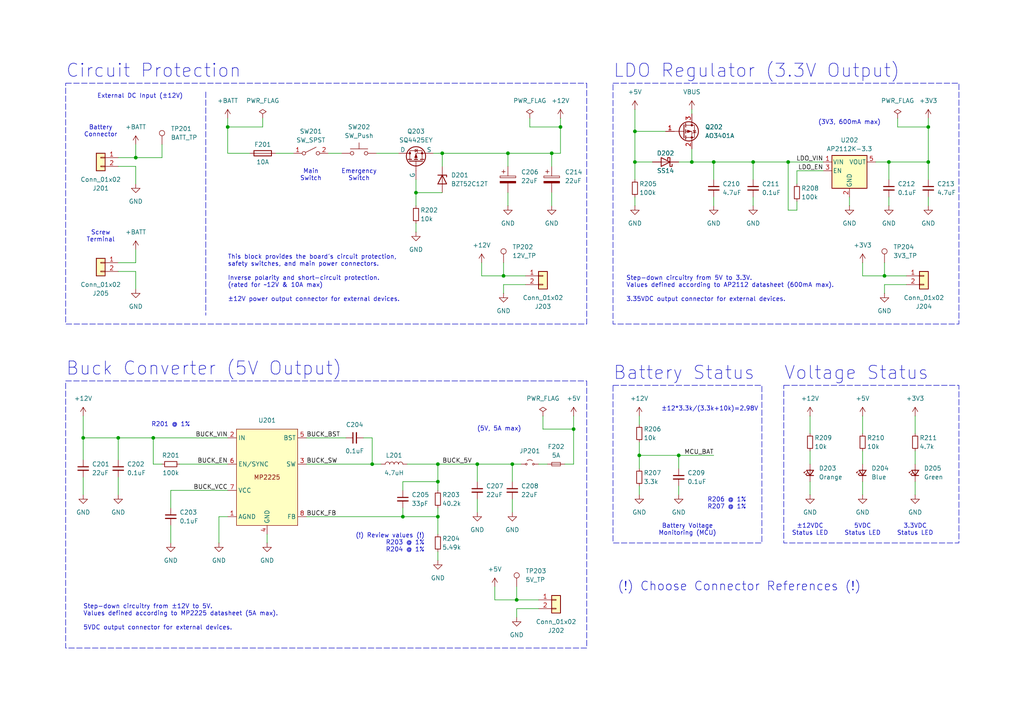
<source format=kicad_sch>
(kicad_sch (version 20231120) (generator "eeschema") (generator_version "8.0")
  (paper "A4")
  (title_block (title "LizardBot 1 Control Board: Power Supply") (date "2024-06-17") (rev "v1.0.0") (company "Lizard Electronics") (comment 1 "Designed by: Manuel Lagarto"))
  (lib_symbols
    (symbol "Connector:TestPoint" (pin_numbers hide) (pin_names (offset 0.762) hide)
      (property "Reference" "TP" (at 0 6.858 0))
      (property "Value" "TestPoint" (at 0 5.08 0))
      (symbol "TestPoint_0_1"
        (circle (center 0 3.302) (radius 0.762))
      )
      (symbol "TestPoint_1_1"
        (pin passive line (at 0 0 90) (length 2.54) (name "1") (number "1"))
      )
    )
    (symbol "Connector_Generic:Conn_01x02" (pin_names (offset 1.016) hide)
      (property "Reference" "J" (at 0 2.54 0))
      (property "Value" "Conn_01x02" (at 0 -5.08 0))
      (symbol "Conn_01x02_1_1"
        (rectangle (start -1.27 -2.413) (end 0 -2.667) (stroke (width 0.1524)))
        (rectangle (start -1.27 0.127) (end 0 -0.127) (stroke (width 0.1524)))
        (rectangle (start -1.27 1.27) (end 1.27 -3.81) (stroke (width 0.254)) (fill (type background)))
        (pin passive line (at -5.08 0 0) (length 3.81) (name "Pin_1") (number "1"))
        (pin passive line (at -5.08 -2.54 0) (length 3.81) (name "Pin_2") (number "2"))
      )
    )
    (symbol "Device:C_Polarized" (pin_numbers hide) (pin_names (offset 0.254))
      (property "Reference" "C" (at 0.635 2.54 0))
      (property "Value" "C_Polarized" (at 0.635 -2.54 0))
      (symbol "C_Polarized_0_1"
        (rectangle (start -2.286 0.508) (end 2.286 1.016))
        (polyline (pts (xy -1.778 2.286) (xy -0.762 2.286)))
        (polyline (pts (xy -1.27 2.794) (xy -1.27 1.778)))
        (rectangle (start 2.286 -0.508) (end -2.286 -1.016) (fill (type outline)))
      )
      (symbol "C_Polarized_1_1"
        (pin passive line (at 0 3.81 270) (length 2.794) (name "~") (number "1"))
        (pin passive line (at 0 -3.81 90) (length 2.794) (name "~") (number "2"))
      )
    )
    (symbol "Device:C_Small" (pin_numbers hide) (pin_names (offset 0.254) hide)
      (property "Reference" "C" (at 0.254 1.778 0))
      (property "Value" "C_Small" (at 0.254 -2.032 0))
      (symbol "C_Small_0_1"
        (polyline (pts (xy -1.524 -0.508) (xy 1.524 -0.508)) (stroke (width 0.3302)))
        (polyline (pts (xy -1.524 0.508) (xy 1.524 0.508)) (stroke (width 0.3048)))
      )
      (symbol "C_Small_1_1"
        (pin passive line (at 0 2.54 270) (length 2.032) (name "~") (number "1"))
        (pin passive line (at 0 -2.54 90) (length 2.032) (name "~") (number "2"))
      )
    )
    (symbol "Device:D_Schottky" (pin_numbers hide) (pin_names (offset 1.016) hide)
      (property "Reference" "D" (at 0 2.54 0))
      (property "Value" "D_Schottky" (at 0 -2.54 0))
      (symbol "D_Schottky_0_1"
        (polyline (pts (xy 1.27 0) (xy -1.27 0)))
        (polyline (pts (xy 1.27 1.27) (xy 1.27 -1.27) (xy -1.27 0) (xy 1.27 1.27)) (stroke (width 0.254)))
        (polyline (pts (xy -1.905 0.635) (xy -1.905 1.27) (xy -1.27 1.27) (xy -1.27 -1.27) (xy -0.635 -1.27) (xy -0.635 -0.635)) (stroke (width 0.254)))
      )
      (symbol "D_Schottky_1_1"
        (pin passive line (at -3.81 0 0) (length 2.54) (name "K") (number "1"))
        (pin passive line (at 3.81 0 180) (length 2.54) (name "A") (number "2"))
      )
    )
    (symbol "Device:D_Zener" (pin_numbers hide) (pin_names (offset 1.016) hide)
      (property "Reference" "D" (at 0 2.54 0))
      (property "Value" "D_Zener" (at 0 -2.54 0))
      (symbol "D_Zener_0_1"
        (polyline (pts (xy 1.27 0) (xy -1.27 0)))
        (polyline (pts (xy -1.27 -1.27) (xy -1.27 1.27) (xy -0.762 1.27)) (stroke (width 0.254)))
        (polyline (pts (xy 1.27 -1.27) (xy 1.27 1.27) (xy -1.27 0) (xy 1.27 -1.27)) (stroke (width 0.254)))
      )
      (symbol "D_Zener_1_1"
        (pin passive line (at -3.81 0 0) (length 2.54) (name "K") (number "1"))
        (pin passive line (at 3.81 0 180) (length 2.54) (name "A") (number "2"))
      )
    )
    (symbol "Device:Fuse" (pin_numbers hide) (pin_names (offset 0))
      (property "Reference" "F" (at 2.032 0 90))
      (property "Value" "Fuse" (at -1.905 0 90))
      (symbol "Fuse_0_1"
        (rectangle (start -0.762 -2.54) (end 0.762 2.54) (stroke (width 0.254)))
        (polyline (pts (xy 0 2.54) (xy 0 -2.54)))
      )
      (symbol "Fuse_1_1"
        (pin passive line (at 0 3.81 270) (length 1.27) (name "~") (number "1"))
        (pin passive line (at 0 -3.81 90) (length 1.27) (name "~") (number "2"))
      )
    )
    (symbol "Device:Fuse_Small" (pin_numbers hide) (pin_names (offset 0.254) hide)
      (property "Reference" "F" (at 0 -1.524 0))
      (property "Value" "Fuse_Small" (at 0 1.524 0))
      (symbol "Fuse_Small_0_1"
        (rectangle (start -1.27 0.508) (end 1.27 -0.508))
        (polyline (pts (xy -1.27 0) (xy 1.27 0)))
      )
      (symbol "Fuse_Small_1_1"
        (pin passive line (at -2.54 0 0) (length 1.27) (name "~") (number "1"))
        (pin passive line (at 2.54 0 180) (length 1.27) (name "~") (number "2"))
      )
    )
    (symbol "Device:L" (pin_numbers hide) (pin_names (offset 1.016) hide)
      (property "Reference" "L" (at -1.27 0 90))
      (property "Value" "L" (at 1.905 0 90))
      (symbol "L_0_1"
        (arc (start 0 -2.54) (mid 0.6323 -1.905) (end 0 -1.27))
        (arc (start 0 -1.27) (mid 0.6323 -0.635) (end 0 0))
        (arc (start 0 0) (mid 0.6323 0.635) (end 0 1.27))
        (arc (start 0 1.27) (mid 0.6323 1.905) (end 0 2.54))
      )
      (symbol "L_1_1"
        (pin passive line (at 0 3.81 270) (length 1.27) (name "1") (number "1"))
        (pin passive line (at 0 -3.81 90) (length 1.27) (name "2") (number "2"))
      )
    )
    (symbol "Device:LED_Small" (pin_numbers hide) (pin_names (offset 0.254) hide)
      (property "Reference" "D" (at -1.27 3.175 0))
      (property "Value" "LED_Small" (at -4.445 -2.54 0))
      (symbol "LED_Small_0_1"
        (polyline (pts (xy -0.762 -1.016) (xy -0.762 1.016)) (stroke (width 0.254)))
        (polyline (pts (xy 1.016 0) (xy -0.762 0)))
        (polyline (pts (xy 0.762 -1.016) (xy -0.762 0) (xy 0.762 1.016) (xy 0.762 -1.016)) (stroke (width 0.254)))
        (polyline (pts (xy 0 0.762) (xy -0.508 1.27) (xy -0.254 1.27) (xy -0.508 1.27) (xy -0.508 1.016)))
        (polyline (pts (xy 0.508 1.27) (xy 0 1.778) (xy 0.254 1.778) (xy 0 1.778) (xy 0 1.524)))
      )
      (symbol "LED_Small_1_1"
        (pin passive line (at -2.54 0 0) (length 1.778) (name "K") (number "1"))
        (pin passive line (at 2.54 0 180) (length 1.778) (name "A") (number "2"))
      )
    )
    (symbol "Device:R_Small" (pin_numbers hide) (pin_names (offset 0.254) hide)
      (property "Reference" "R" (at 0.762 0.508 0))
      (property "Value" "R_Small" (at 0.762 -1.016 0))
      (symbol "R_Small_0_1"
        (rectangle (start -0.762 1.778) (end 0.762 -1.778) (stroke (width 0.2032)))
      )
      (symbol "R_Small_1_1"
        (pin passive line (at 0 2.54 270) (length 0.762) (name "~") (number "1"))
        (pin passive line (at 0 -2.54 90) (length 0.762) (name "~") (number "2"))
      )
    )
    (symbol "Jumper:Jumper_2_Small_Open" (pin_numbers hide) (pin_names (offset 0) hide) (exclude_from_sim yes)
      (property "Reference" "JP" (at 0 2.794 0))
      (property "Value" "Jumper_2_Small_Open" (at 0 -2.286 0))
      (symbol "Jumper_2_Small_Open_0_0"
        (circle (center -1.016 0) (radius 0.254))
        (circle (center 1.016 0) (radius 0.254))
      )
      (symbol "Jumper_2_Small_Open_0_1"
        (arc (start 0.762 1.0196) (mid 0 1.2729) (end -0.762 1.0196))
      )
      (symbol "Jumper_2_Small_Open_1_1"
        (pin passive line (at -2.54 0 0) (length 1.27) (name "A") (number "1"))
        (pin passive line (at 2.54 0 180) (length 1.27) (name "B") (number "2"))
      )
    )
    (symbol "PowerSupply_Symbols:MP2225"
      (property "Reference" "U" (at 0 15.24 0))
      (symbol "MP2225_0_1"
        (rectangle (start -8.89 13.97) (end 8.89 -13.97) (fill (type background)))
      )
      (symbol "MP2225_1_1"
        (text "MP2225" (at 0 0 0) (effects (font (size 1.27 1.27))))
        (pin power_in line (at -11.43 -11.43 0) (length 2.54) (name "AGND") (number "1"))
        (pin power_in line (at -11.43 11.43 0) (length 2.54) (name "IN") (number "2"))
        (pin power_out line (at 11.43 3.81 180) (length 2.54) (name "SW") (number "3"))
        (pin power_in line (at 0 -16.51 90) (length 2.54) (name "GND") (number "4"))
        (pin bidirectional line (at 11.43 11.43 180) (length 2.54) (name "BST") (number "5"))
        (pin input line (at -11.43 3.81 0) (length 2.54) (name "EN/SYNC") (number "6"))
        (pin input line (at -11.43 -3.81 0) (length 2.54) (name "VCC") (number "7"))
        (pin input line (at 11.43 -11.43 180) (length 2.54) (name "FB") (number "8"))
      )
    )
    (symbol "Regulator_Linear:AP2112K-3.3" (pin_names (offset 0.254))
      (property "Reference" "U" (at -5.08 5.715 0))
      (property "Value" "AP2112K-3.3" (at 0 5.715 0))
      (symbol "AP2112K-3.3_0_1"
        (rectangle (start -5.08 4.445) (end 5.08 -5.08) (stroke (width 0.254)) (fill (type background)))
      )
      (symbol "AP2112K-3.3_1_1"
        (pin power_in line (at -7.62 2.54 0) (length 2.54) (name "VIN") (number "1"))
        (pin power_in line (at 0 -7.62 90) (length 2.54) (name "GND") (number "2"))
        (pin input line (at -7.62 0 0) (length 2.54) (name "EN") (number "3"))
        (pin no_connect line (at 5.08 0 180) (length 2.54) hide (name "NC") (number "4"))
        (pin power_out line (at 7.62 2.54 180) (length 2.54) (name "VOUT") (number "5"))
      )
    )
    (symbol "Simulation_SPICE:PMOS" (pin_numbers hide) (pin_names (offset 0))
      (property "Reference" "Q203" (at 8.89 0 90))
      (property "Value" "SQ4425EY" (at 6.35 0 90))
      (symbol "PMOS_0_1"
        (polyline (pts (xy 0.254 0) (xy -2.54 0)))
        (polyline (pts (xy 0.254 1.905) (xy 0.254 -1.905)) (stroke (width 0.254)))
        (polyline (pts (xy 0.762 -1.27) (xy 0.762 -2.286)) (stroke (width 0.254)))
        (polyline (pts (xy 0.762 0.508) (xy 0.762 -0.508)) (stroke (width 0.254)))
        (polyline (pts (xy 0.762 2.286) (xy 0.762 1.27)) (stroke (width 0.254)))
        (polyline (pts (xy 2.54 2.54) (xy 2.54 1.778)))
        (polyline (pts (xy 2.54 -2.54) (xy 2.54 0) (xy 0.762 0)))
        (polyline (pts (xy 0.762 1.778) (xy 3.302 1.778) (xy 3.302 -1.778) (xy 0.762 -1.778)))
        (polyline (pts (xy 2.286 0) (xy 1.27 0.381) (xy 1.27 -0.381) (xy 2.286 0)) (fill (type outline)))
        (polyline (pts (xy 2.794 -0.508) (xy 2.921 -0.381) (xy 3.683 -0.381) (xy 3.81 -0.254)))
        (polyline (pts (xy 3.302 -0.381) (xy 2.921 0.254) (xy 3.683 0.254) (xy 3.302 -0.381)))
        (circle (center 1.651 0) (radius 2.794) (stroke (width 0.254)))
        (circle (center 2.54 -1.778) (radius 0.254) (fill (type outline)))
        (circle (center 2.54 1.778) (radius 0.254) (fill (type outline)))
      )
      (symbol "PMOS_1_1"
        (pin passive line (at 2.54 -5.08 90) (length 2.54) (name "S") (number "1"))
        (pin passive line (at 2.54 -5.08 90) (length 2.54) hide (name "S") (number "2"))
        (pin passive line (at 2.54 -5.08 90) (length 2.54) hide (name "S") (number "3"))
        (pin input line (at -5.08 0 0) (length 2.54) (name "G") (number "4"))
        (pin passive line (at 2.54 5.08 270) (length 2.54) (name "D") (number "5"))
        (pin passive line (at 2.54 5.08 270) (length 2.54) hide (name "D") (number "6"))
        (pin passive line (at 2.54 5.08 270) (length 2.54) hide (name "D") (number "7"))
        (pin passive line (at 2.54 5.08 270) (length 2.54) hide (name "D") (number "8"))
      )
    )
    (symbol "Switch:SW_Push" (pin_numbers hide) (pin_names (offset 1.016) hide)
      (property "Reference" "SW" (at 1.27 2.54 0))
      (property "Value" "SW_Push" (at 0 -1.524 0))
      (symbol "SW_Push_0_1"
        (circle (center -2.032 0) (radius 0.508))
        (polyline (pts (xy 0 1.27) (xy 0 3.048)))
        (polyline (pts (xy 2.54 1.27) (xy -2.54 1.27)))
        (circle (center 2.032 0) (radius 0.508))
        (pin passive line (at -5.08 0 0) (length 2.54) (name "1") (number "1"))
        (pin passive line (at 5.08 0 180) (length 2.54) (name "2") (number "2"))
      )
    )
    (symbol "Switch:SW_SPST" (pin_names (offset 0) hide)
      (property "Reference" "SW" (at 0 3.175 0))
      (property "Value" "SW_SPST" (at 0 -2.54 0))
      (symbol "SW_SPST_0_0"
        (circle (center -2.032 0) (radius 0.508))
        (polyline (pts (xy -1.524 0.254) (xy 1.524 1.778)))
        (circle (center 2.032 0) (radius 0.508))
      )
      (symbol "SW_SPST_1_1"
        (pin passive line (at -5.08 0 0) (length 2.54) (name "A") (number "1"))
        (pin passive line (at 5.08 0 180) (length 2.54) (name "B") (number "2"))
      )
    )
    (symbol "Transistor_FET:AO3401A" (pin_names hide)
      (property "Reference" "Q" (at 5.08 1.905 0))
      (property "Value" "AO3401A" (at 5.08 0 0))
      (symbol "AO3401A_0_1"
        (polyline (pts (xy 0.254 0) (xy -2.54 0)))
        (polyline (pts (xy 0.254 1.905) (xy 0.254 -1.905)) (stroke (width 0.254)))
        (polyline (pts (xy 0.762 -1.27) (xy 0.762 -2.286)) (stroke (width 0.254)))
        (polyline (pts (xy 0.762 0.508) (xy 0.762 -0.508)) (stroke (width 0.254)))
        (polyline (pts (xy 0.762 2.286) (xy 0.762 1.27)) (stroke (width 0.254)))
        (polyline (pts (xy 2.54 2.54) (xy 2.54 1.778)))
        (polyline (pts (xy 2.54 -2.54) (xy 2.54 0) (xy 0.762 0)))
        (polyline (pts (xy 0.762 1.778) (xy 3.302 1.778) (xy 3.302 -1.778) (xy 0.762 -1.778)))
        (polyline (pts (xy 2.286 0) (xy 1.27 0.381) (xy 1.27 -0.381) (xy 2.286 0)) (fill (type outline)))
        (polyline (pts (xy 2.794 -0.508) (xy 2.921 -0.381) (xy 3.683 -0.381) (xy 3.81 -0.254)))
        (polyline (pts (xy 3.302 -0.381) (xy 2.921 0.254) (xy 3.683 0.254) (xy 3.302 -0.381)))
        (circle (center 1.651 0) (radius 2.794) (stroke (width 0.254)))
        (circle (center 2.54 -1.778) (radius 0.254) (fill (type outline)))
        (circle (center 2.54 1.778) (radius 0.254) (fill (type outline)))
      )
      (symbol "AO3401A_1_1"
        (pin input line (at -5.08 0 0) (length 2.54) (name "G") (number "1"))
        (pin passive line (at 2.54 -5.08 90) (length 2.54) (name "S") (number "2"))
        (pin passive line (at 2.54 5.08 270) (length 2.54) (name "D") (number "3"))
      )
    )
    (symbol "power:+12V" (power) (pin_numbers hide) (pin_names (offset 0) hide)
      (property "Value" "+12V" (at 0 3.556 0))
      (symbol "+12V_0_1"
        (polyline (pts (xy -0.762 1.27) (xy 0 2.54)))
        (polyline (pts (xy 0 0) (xy 0 2.54)))
        (polyline (pts (xy 0 2.54) (xy 0.762 1.27)))
      )
      (symbol "+12V_1_1"
        (pin power_in line (at 0 0 90) (length 0) (name "~") (number "1"))
      )
    )
    (symbol "power:+3V3" (power) (pin_numbers hide) (pin_names (offset 0) hide)
      (property "Value" "+3V3" (at 0 3.556 0))
      (symbol "+3V3_0_1"
        (polyline (pts (xy -0.762 1.27) (xy 0 2.54)))
        (polyline (pts (xy 0 0) (xy 0 2.54)))
        (polyline (pts (xy 0 2.54) (xy 0.762 1.27)))
      )
      (symbol "+3V3_1_1"
        (pin power_in line (at 0 0 90) (length 0) (name "~") (number "1"))
      )
    )
    (symbol "power:+5V" (power) (pin_numbers hide) (pin_names (offset 0) hide)
      (property "Value" "+5V" (at 0 3.556 0))
      (symbol "+5V_0_1"
        (polyline (pts (xy -0.762 1.27) (xy 0 2.54)))
        (polyline (pts (xy 0 0) (xy 0 2.54)))
        (polyline (pts (xy 0 2.54) (xy 0.762 1.27)))
      )
      (symbol "+5V_1_1"
        (pin power_in line (at 0 0 90) (length 0) (name "~") (number "1"))
      )
    )
    (symbol "power:+BATT" (power) (pin_numbers hide) (pin_names (offset 0) hide)
      (property "Value" "+BATT" (at 0 3.556 0))
      (symbol "+BATT_0_1"
        (polyline (pts (xy -0.762 1.27) (xy 0 2.54)))
        (polyline (pts (xy 0 0) (xy 0 2.54)))
        (polyline (pts (xy 0 2.54) (xy 0.762 1.27)))
      )
      (symbol "+BATT_1_1"
        (pin power_in line (at 0 0 90) (length 0) (name "~") (number "1"))
      )
    )
    (symbol "power:GND" (power) (pin_numbers hide) (pin_names (offset 0) hide)
      (property "Value" "GND" (at 0 -3.81 0))
      (symbol "GND_0_1"
        (polyline (pts (xy 0 0) (xy 0 -1.27) (xy 1.27 -1.27) (xy 0 -2.54) (xy -1.27 -1.27) (xy 0 -1.27)))
      )
      (symbol "GND_1_1"
        (pin power_in line (at 0 0 270) (length 0) (name "~") (number "1"))
      )
    )
    (symbol "power:PWR_FLAG" (power) (pin_numbers hide) (pin_names (offset 0) hide)
      (property "Value" "PWR_FLAG" (at 0 3.81 0))
      (symbol "PWR_FLAG_0_0"
        (pin power_out line (at 0 0 90) (length 0) (name "~") (number "1"))
      )
      (symbol "PWR_FLAG_0_1"
        (polyline (pts (xy 0 0) (xy 0 1.27) (xy -1.016 1.905) (xy 0 2.54) (xy 1.016 1.905) (xy 0 1.27)))
      )
    )
  )
  (junction (at 256.54 80.01))
  (junction (at 127 149.86))
  (junction (at 44.45 127))
  (junction (at 228.6 46.99))
  (junction (at 128.27 44.45))
  (junction (at 269.24 36.83))
  (junction (at 138.43 134.62))
  (junction (at 200.66 46.99))
  (junction (at 207.01 46.99))
  (junction (at 120.65 55.88))
  (junction (at 107.95 134.62))
  (junction (at 149.86 173.99))
  (junction (at 257.81 46.99))
  (junction (at 160.02 44.45))
  (junction (at 196.85 132.08))
  (junction (at 127 134.62))
  (junction (at 184.15 38.1))
  (junction (at 34.29 127))
  (junction (at 147.32 44.45))
  (junction (at 146.05 80.01))
  (junction (at 185.42 132.08))
  (junction (at 127 139.7))
  (junction (at 39.37 45.72))
  (junction (at 269.24 46.99))
  (junction (at 184.15 46.99))
  (junction (at 66.04 36.83))
  (junction (at 24.13 127))
  (junction (at 166.37 124.46))
  (junction (at 148.59 134.62))
  (junction (at 218.44 46.99))
  (junction (at 116.84 149.86))
  (junction (at 162.56 36.83))
  (wire (pts (xy 160.02 44.45) (xy 162.56 44.45)))
  (wire (pts (xy 34.29 127) (xy 44.45 127)))
  (wire (pts (xy 49.53 147.32) (xy 49.53 142.24)))
  (wire (pts (xy 200.66 31.75) (xy 200.66 33.02)))
  (polyline (pts (xy 59.69 26.67) (xy 59.69 91.44)) (stroke (width 0) (type dash)))
  (wire (pts (xy 269.24 46.99) (xy 269.24 36.83)))
  (wire (pts (xy 196.85 140.97) (xy 196.85 143.51)))
  (wire (pts (xy 153.67 36.83) (xy 153.67 34.29)))
  (wire (pts (xy 95.25 44.45) (xy 99.06 44.45)))
  (wire (pts (xy 163.83 134.62) (xy 166.37 134.62)))
  (wire (pts (xy 257.81 46.99) (xy 257.81 52.07)))
  (wire (pts (xy 153.67 36.83) (xy 162.56 36.83)))
  (wire (pts (xy 231.14 60.96) (xy 228.6 60.96)))
  (wire (pts (xy 146.05 85.09) (xy 146.05 82.55)))
  (wire (pts (xy 127 160.02) (xy 127 162.56)))
  (wire (pts (xy 246.38 57.15) (xy 246.38 59.69)))
  (wire (pts (xy 184.15 46.99) (xy 184.15 52.07)))
  (wire (pts (xy 218.44 57.15) (xy 218.44 59.69)))
  (wire (pts (xy 49.53 142.24) (xy 66.04 142.24)))
  (wire (pts (xy 254 46.99) (xy 257.81 46.99)))
  (wire (pts (xy 184.15 57.15) (xy 184.15 59.69)))
  (wire (pts (xy 138.43 144.78) (xy 138.43 148.59)))
  (wire (pts (xy 148.59 134.62) (xy 151.13 134.62)))
  (wire (pts (xy 149.86 179.07) (xy 149.86 176.53)))
  (wire (pts (xy 196.85 132.08) (xy 207.01 132.08)))
  (wire (pts (xy 250.19 80.01) (xy 256.54 80.01)))
  (wire (pts (xy 234.95 120.65) (xy 234.95 125.73)))
  (wire (pts (xy 149.86 176.53) (xy 156.21 176.53)))
  (wire (pts (xy 269.24 57.15) (xy 269.24 59.69)))
  (wire (pts (xy 250.19 130.81) (xy 250.19 134.62)))
  (wire (pts (xy 139.7 76.2) (xy 139.7 80.01)))
  (wire (pts (xy 44.45 134.62) (xy 46.99 134.62)))
  (wire (pts (xy 166.37 120.65) (xy 166.37 124.46)))
  (wire (pts (xy 256.54 80.01) (xy 262.89 80.01)))
  (wire (pts (xy 265.43 130.81) (xy 265.43 134.62)))
  (wire (pts (xy 120.65 55.88) (xy 120.65 52.07)))
  (wire (pts (xy 128.27 44.45) (xy 128.27 48.26)))
  (wire (pts (xy 149.86 170.18) (xy 149.86 173.99)))
  (wire (pts (xy 146.05 76.2) (xy 146.05 80.01)))
  (wire (pts (xy 269.24 36.83) (xy 269.24 34.29)))
  (wire (pts (xy 184.15 38.1) (xy 193.04 38.1)))
  (wire (pts (xy 256.54 85.09) (xy 256.54 82.55)))
  (wire (pts (xy 146.05 82.55) (xy 152.4 82.55)))
  (wire (pts (xy 39.37 72.39) (xy 39.37 76.2)))
  (wire (pts (xy 256.54 82.55) (xy 262.89 82.55)))
  (wire (pts (xy 185.42 132.08) (xy 185.42 135.89)))
  (wire (pts (xy 143.51 173.99) (xy 149.86 173.99)))
  (wire (pts (xy 88.9 127) (xy 100.33 127)))
  (wire (pts (xy 148.59 134.62) (xy 148.59 139.7)))
  (wire (pts (xy 250.19 120.65) (xy 250.19 125.73)))
  (wire (pts (xy 107.95 127) (xy 107.95 134.62)))
  (wire (pts (xy 116.84 149.86) (xy 127 149.86)))
  (wire (pts (xy 218.44 46.99) (xy 218.44 52.07)))
  (wire (pts (xy 184.15 31.75) (xy 184.15 38.1)))
  (wire (pts (xy 166.37 124.46) (xy 166.37 134.62)))
  (wire (pts (xy 77.47 154.94) (xy 77.47 157.48)))
  (wire (pts (xy 138.43 134.62) (xy 148.59 134.62)))
  (wire (pts (xy 80.01 44.45) (xy 85.09 44.45)))
  (wire (pts (xy 52.07 134.62) (xy 66.04 134.62)))
  (wire (pts (xy 260.35 36.83) (xy 269.24 36.83)))
  (wire (pts (xy 109.22 44.45) (xy 115.57 44.45)))
  (wire (pts (xy 39.37 48.26) (xy 39.37 53.34)))
  (wire (pts (xy 265.43 120.65) (xy 265.43 125.73)))
  (wire (pts (xy 250.19 139.7) (xy 250.19 143.51)))
  (wire (pts (xy 257.81 46.99) (xy 269.24 46.99)))
  (wire (pts (xy 185.42 128.27) (xy 185.42 132.08)))
  (wire (pts (xy 46.99 41.91) (xy 46.99 45.72)))
  (wire (pts (xy 34.29 127) (xy 34.29 133.35)))
  (wire (pts (xy 147.32 55.88) (xy 147.32 59.69)))
  (wire (pts (xy 34.29 48.26) (xy 39.37 48.26)))
  (wire (pts (xy 66.04 34.29) (xy 66.04 36.83)))
  (wire (pts (xy 257.81 57.15) (xy 257.81 59.69)))
  (wire (pts (xy 162.56 34.29) (xy 162.56 36.83)))
  (wire (pts (xy 147.32 44.45) (xy 160.02 44.45)))
  (wire (pts (xy 196.85 46.99) (xy 200.66 46.99)))
  (wire (pts (xy 34.29 78.74) (xy 39.37 78.74)))
  (wire (pts (xy 107.95 134.62) (xy 110.49 134.62)))
  (wire (pts (xy 139.7 80.01) (xy 146.05 80.01)))
  (wire (pts (xy 116.84 142.24) (xy 116.84 139.7)))
  (wire (pts (xy 156.21 134.62) (xy 158.75 134.62)))
  (wire (pts (xy 39.37 76.2) (xy 34.29 76.2)))
  (wire (pts (xy 127 134.62) (xy 127 139.7)))
  (wire (pts (xy 185.42 140.97) (xy 185.42 143.51)))
  (wire (pts (xy 88.9 134.62) (xy 107.95 134.62)))
  (wire (pts (xy 160.02 44.45) (xy 160.02 48.26)))
  (wire (pts (xy 39.37 78.74) (xy 39.37 83.82)))
  (wire (pts (xy 200.66 43.18) (xy 200.66 46.99)))
  (wire (pts (xy 228.6 46.99) (xy 238.76 46.99)))
  (wire (pts (xy 127 147.32) (xy 127 149.86)))
  (wire (pts (xy 160.02 55.88) (xy 160.02 59.69)))
  (wire (pts (xy 146.05 80.01) (xy 152.4 80.01)))
  (wire (pts (xy 120.65 55.88) (xy 120.65 59.69)))
  (wire (pts (xy 184.15 38.1) (xy 184.15 46.99)))
  (wire (pts (xy 34.29 138.43) (xy 34.29 143.51)))
  (wire (pts (xy 157.48 124.46) (xy 166.37 124.46)))
  (wire (pts (xy 234.95 139.7) (xy 234.95 143.51)))
  (wire (pts (xy 116.84 139.7) (xy 127 139.7)))
  (wire (pts (xy 66.04 36.83) (xy 66.04 44.45)))
  (wire (pts (xy 218.44 46.99) (xy 228.6 46.99)))
  (wire (pts (xy 24.13 138.43) (xy 24.13 143.51)))
  (wire (pts (xy 24.13 120.65) (xy 24.13 127)))
  (wire (pts (xy 184.15 46.99) (xy 189.23 46.99)))
  (wire (pts (xy 231.14 49.53) (xy 238.76 49.53)))
  (wire (pts (xy 76.2 34.29) (xy 76.2 36.83)))
  (wire (pts (xy 127 149.86) (xy 127 154.94)))
  (wire (pts (xy 260.35 34.29) (xy 260.35 36.83)))
  (wire (pts (xy 231.14 58.42) (xy 231.14 60.96)))
  (wire (pts (xy 196.85 135.89) (xy 196.85 132.08)))
  (wire (pts (xy 143.51 170.18) (xy 143.51 173.99)))
  (wire (pts (xy 157.48 120.65) (xy 157.48 124.46)))
  (wire (pts (xy 39.37 45.72) (xy 34.29 45.72)))
  (wire (pts (xy 185.42 132.08) (xy 196.85 132.08)))
  (wire (pts (xy 24.13 127) (xy 24.13 133.35)))
  (wire (pts (xy 44.45 127) (xy 44.45 134.62)))
  (wire (pts (xy 200.66 46.99) (xy 207.01 46.99)))
  (wire (pts (xy 127 134.62) (xy 138.43 134.62)))
  (wire (pts (xy 49.53 152.4) (xy 49.53 157.48)))
  (wire (pts (xy 162.56 36.83) (xy 162.56 44.45)))
  (wire (pts (xy 128.27 44.45) (xy 147.32 44.45)))
  (wire (pts (xy 265.43 139.7) (xy 265.43 143.51)))
  (wire (pts (xy 207.01 46.99) (xy 218.44 46.99)))
  (wire (pts (xy 116.84 147.32) (xy 116.84 149.86)))
  (wire (pts (xy 231.14 49.53) (xy 231.14 53.34)))
  (wire (pts (xy 24.13 127) (xy 34.29 127)))
  (wire (pts (xy 250.19 76.2) (xy 250.19 80.01)))
  (wire (pts (xy 185.42 120.65) (xy 185.42 123.19)))
  (wire (pts (xy 149.86 173.99) (xy 156.21 173.99)))
  (wire (pts (xy 228.6 46.99) (xy 228.6 60.96)))
  (wire (pts (xy 63.5 157.48) (xy 63.5 149.86)))
  (wire (pts (xy 39.37 41.91) (xy 39.37 45.72)))
  (wire (pts (xy 207.01 46.99) (xy 207.01 52.07)))
  (wire (pts (xy 118.11 134.62) (xy 127 134.62)))
  (wire (pts (xy 44.45 127) (xy 66.04 127)))
  (wire (pts (xy 138.43 134.62) (xy 138.43 139.7)))
  (wire (pts (xy 120.65 64.77) (xy 120.65 67.31)))
  (wire (pts (xy 148.59 144.78) (xy 148.59 148.59)))
  (wire (pts (xy 147.32 44.45) (xy 147.32 48.26)))
  (wire (pts (xy 66.04 36.83) (xy 76.2 36.83)))
  (wire (pts (xy 88.9 149.86) (xy 116.84 149.86)))
  (wire (pts (xy 46.99 45.72) (xy 39.37 45.72)))
  (wire (pts (xy 128.27 55.88) (xy 120.65 55.88)))
  (wire (pts (xy 105.41 127) (xy 107.95 127)))
  (wire (pts (xy 66.04 44.45) (xy 72.39 44.45)))
  (wire (pts (xy 63.5 149.86) (xy 66.04 149.86)))
  (wire (pts (xy 125.73 44.45) (xy 128.27 44.45)))
  (wire (pts (xy 269.24 46.99) (xy 269.24 52.07)))
  (wire (pts (xy 207.01 57.15) (xy 207.01 59.69)))
  (wire (pts (xy 127 139.7) (xy 127 142.24)))
  (wire (pts (xy 234.95 130.81) (xy 234.95 134.62)))
  (wire (pts (xy 256.54 76.2) (xy 256.54 80.01)))
  (rectangle (start 19.05 24.13) (end 170.18 93.98) (stroke (width 0) (type dash)))
  (rectangle (start 177.8 111.76) (end 220.98 157.48) (stroke (width 0) (type dash)))
  (rectangle (start 19.05 110.49) (end 170.18 187.96) (stroke (width 0) (type dash)))
  (rectangle (start 227.33 111.76) (end 278.13 157.48) (stroke (width 0) (type dash)))
  (rectangle (start 177.8 24.13) (end 278.13 93.98) (stroke (width 0) (type dash)))
  (text "Circuit Protection" (at 19.05 22.86 0) (effects (font (size 3.81 3.81)) (justify left bottom)))
  (text "Battery\nConnector" (at 29.21 38.1 0) (effects (font (size 1.27 1.27))))
  (text "(3V3, 600mA max)" (at 246.38 35.56 0) (effects (font (size 1.27 1.27))))
  (text "±12VDC\nStatus LED" (at 234.95 153.67 0) (effects (font (size 1.27 1.27))))
  (text "(!) Choose Connector References (!)" (at 179.07 170.18 0) (effects (font (size 2.54 2.54)) (justify left)))
  (text "±12*${ce35d00e-d791-40c5-b260-1bb6a5e41a61:VALUE}/(${ce35d00e-d791-40c5-b260-1bb6a5e41a61:VALUE}+${ab640025-0988-4598-8242-1fbc0b2de974:VALUE})=2.98V" (at 191.77 119.38 0) (effects (font (size 1.27 1.27)) (justify left bottom)))
  (text "LDO Regulator (3.3V Output)" (at 177.8 22.86 0) (effects (font (size 3.81 3.81)) (justify left bottom)))
  (text "Screw\nTerminal" (at 29.21 68.58 0) (effects (font (size 1.27 1.27))))
  (text "3.3VDC\nStatus LED" (at 265.43 153.67 0) (effects (font (size 1.27 1.27))))
  (text "Battery Voltage\nMonitoring (MCU)" (at 199.39 153.67 0) (effects (font (size 1.27 1.27))))
  (text "R201 @ 1%" (at 49.53 123.19 0) (effects (font (size 1.27 1.27))))
  (text "Battery Status" (at 177.8 110.49 0) (effects (font (size 3.81 3.81)) (justify left bottom)))
  (text "(5V, 5A max)" (at 144.78 124.46 0) (effects (font (size 1.27 1.27))))
  (text "External DC Input (±12V)" (at 40.64 27.94 0) (effects (font (size 1.27 1.27))))
  (text "5VDC\nStatus LED" (at 250.19 153.67 0) (effects (font (size 1.27 1.27))))
  (text "Step-down circuitry from 5V to 3.3V.\nValues defined according to AP2112 datasheet (600mA max).\n\n3.35VDC output connector for external devices." (at 181.61 87.63 0) (effects (font (size 1.27 1.27)) (justify left bottom)))
  (text "This block provides the board's circuit protection, \nsafety switches, and main power connectors.\n\nInverse polarity and short-circuit protection.\n(rated for ~12V & 10A max)\n\n±12V power output connector for external devices." (at 66.04 87.63 0) (effects (font (size 1.27 1.27)) (justify left bottom)))
  (text "(!) Review values (!)\nR203 @ 1%\nR204 @ 1%" (at 123.19 157.48 0) (effects (font (size 1.27 1.27)) (justify right)))
  (text "Main\nSwitch" (at 90.17 50.8 0) (effects (font (size 1.27 1.27))))
  (text "Buck Converter (5V Output)" (at 19.05 109.22 0) (effects (font (size 3.81 3.81)) (justify left bottom)))
  (text "R206 @ 1%\nR207 @ 1%" (at 210.82 146.05 0) (effects (font (size 1.27 1.27))))
  (text "Voltage Status" (at 227.33 110.49 0) (effects (font (size 3.81 3.81)) (justify left bottom)))
  (text "Step-down circuitry from ±12V to 5V.\nValues defined according to MP2225 datasheet (5A max).\n\n5VDC output connector for external devices." (at 24.13 182.88 0) (effects (font (size 1.27 1.27)) (justify left bottom)))
  (text "Emergency\nSwitch" (at 104.14 50.8 0) (effects (font (size 1.27 1.27))))
  (label "BUCK_5V" (at 128.27 134.62 0))
  (label "BUCK_VIN" (at 66.04 127 180))
  (label "LDO_VIN" (at 238.76 46.99 180))
  (label "MCU_BAT" (at 207.01 132.08 180))
  (label "LDO_EN" (at 238.76 49.53 180))
  (label "BUCK_BST" (at 88.9 127 0))
  (label "BUCK_SW" (at 88.9 134.62 0))
  (label "BUCK_FB" (at 88.9 149.86 0))
  (label "BUCK_VCC" (at 66.04 142.24 180))
  (label "BUCK_EN" (at 66.04 134.62 180))
  (symbol (lib_id "Device:C_Small") (at 257.81 54.61 0) (unit 1)
    (property "Reference" "C212" (at 260.35 53.34 0) (effects (justify left)))
    (property "Value" "0.1uF" (at 260.35 55.88 0) (effects (justify left)))
    (property "Description" "Unpolarized capacitor, small symbol" (effects (hide yes)))
  )
  (symbol (lib_id "Device:C_Small") (at 24.13 135.89 0) (unit 1)
    (property "Reference" "C201" (at 26.67 134.62 0) (effects (justify left)))
    (property "Value" "22uF" (at 26.67 137.16 0) (effects (justify left)))
    (property "Description" "Unpolarized capacitor, small symbol" (effects (hide yes)))
  )
  (symbol (lib_id "Device:C_Small") (at 34.29 135.89 0) (unit 1)
    (property "Reference" "C202" (at 36.83 134.62 0) (effects (justify left)))
    (property "Value" "0.1uF" (at 36.83 137.16 0) (effects (justify left)))
    (property "Description" "Unpolarized capacitor, small symbol" (effects (hide yes)))
  )
  (symbol (lib_id "power:+3V3") (at 200.66 31.75 0) (unit 1)
    (property "Reference" "#PWR0225" (effects (hide yes)))
    (property "Value" "VBUS" (at 200.66 26.67 0))
    (property "Description" "Power symbol creates a global label with name \"+3V3\"" (effects (hide yes)))
  )
  (symbol (lib_id "power:GND") (at 196.85 143.51 0) (unit 1)
    (property "Reference" "#PWR0224" (effects (hide yes)))
    (property "Value" "GND" (at 196.85 148.59 0))
    (property "Description" "Power symbol creates a global label with name \"GND\" , ground" (effects (hide yes)))
  )
  (symbol (lib_id "power:+5V") (at 184.15 31.75 0) (unit 1)
    (property "Reference" "#PWR0220" (effects (hide yes)))
    (property "Value" "+5V" (at 184.15 26.67 0))
    (property "Description" "Power symbol creates a global label with name \"+5V\"" (effects (hide yes)))
  )
  (symbol (lib_id "Device:D_Schottky") (at 193.04 46.99 180) (unit 1)
    (property "Reference" "D202" (at 193.04 44.45 0))
    (property "Value" "SS14" (at 193.04 49.53 0))
    (property "Description" "Schottky diode" (effects (hide yes)))
  )
  (symbol (lib_id "Device:C_Small") (at 148.59 142.24 0) (unit 1)
    (property "Reference" "C208" (at 151.13 140.97 0) (effects (justify left)))
    (property "Value" "22uF" (at 151.13 143.51 0) (effects (justify left)))
    (property "Description" "Unpolarized capacitor, small symbol" (effects (hide yes)))
  )
  (symbol (lib_id "power:GND") (at 63.5 157.48 0) (unit 1)
    (property "Reference" "#PWR0207" (effects (hide yes)))
    (property "Value" "GND" (at 63.5 162.56 0))
    (property "Description" "Power symbol creates a global label with name \"GND\" , ground" (effects (hide yes)))
  )
  (symbol (lib_id "Transistor_FET:AO3401A") (at 198.12 38.1 0) (unit 1)
    (property "Reference" "Q202" (at 204.47 36.8299 0) (effects (justify left)))
    (property "Value" "AO3401A" (at 204.47 39.3699 0) (effects (justify left)))
    (property "Footprint" "Package_TO_SOT_SMD:SOT-23" (effects (hide yes)))
    (property "Datasheet" "http://www.aosmd.com/pdfs/datasheet/AO3401A.pdf" (effects (hide yes)))
    (property "Description" "-4.0A Id, -30V Vds, P-Channel MOSFET, SOT-23" (effects (hide yes)))
  )
  (symbol (lib_id "Device:C_Small") (at 269.24 54.61 0) (unit 1)
    (property "Reference" "C213" (at 271.78 53.34 0) (effects (justify left)))
    (property "Value" "4.7uF" (at 271.78 55.88 0) (effects (justify left)))
    (property "Description" "Unpolarized capacitor, small symbol" (effects (hide yes)))
  )
  (symbol (lib_id "power:+3V3") (at 265.43 120.65 0) (unit 1)
    (property "Reference" "#PWR0236" (effects (hide yes)))
    (property "Value" "+3V3" (at 265.43 115.57 0))
    (property "Description" "Power symbol creates a global label with name \"+3V3\"" (effects (hide yes)))
  )
  (symbol (lib_id "Device:R_Small") (at 49.53 134.62 90) (unit 1)
    (property "Reference" "R201" (at 49.53 132.08 90))
    (property "Value" "100k" (at 49.53 137.16 90))
    (property "Description" "Resistor, small symbol" (effects (hide yes)))
  )
  (symbol (lib_id "Device:R_Small") (at 234.95 128.27 0) (unit 1)
    (property "Reference" "R209" (at 236.22 127 0) (effects (justify left)))
    (property "Value" "10k" (at 236.22 129.54 0) (effects (justify left)))
    (property "Description" "Resistor, small symbol" (effects (hide yes)))
  )
  (symbol (lib_id "power:GND") (at 24.13 143.51 0) (unit 1)
    (property "Reference" "#PWR0202" (effects (hide yes)))
    (property "Value" "GND" (at 24.13 148.59 0))
    (property "Description" "Power symbol creates a global label with name \"GND\" , ground" (effects (hide yes)))
  )
  (symbol (lib_id "power:GND") (at 49.53 157.48 0) (unit 1)
    (property "Reference" "#PWR0206" (effects (hide yes)))
    (property "Value" "GND" (at 49.53 162.56 0))
    (property "Description" "Power symbol creates a global label with name \"GND\" , ground" (effects (hide yes)))
  )
  (symbol (lib_id "Device:LED_Small") (at 250.19 137.16 90) (unit 1)
    (property "Reference" "D204" (at 252.73 135.8264 90) (effects (justify right)))
    (property "Value" "Blue" (at 252.73 138.3664 90) (effects (justify right)))
    (property "Description" "Light emitting diode, small symbol" (effects (hide yes)))
  )
  (symbol (lib_id "power:+12V") (at 185.42 120.65 0) (unit 1)
    (property "Reference" "#PWR0222" (effects (hide yes)))
    (property "Value" "+12V" (at 185.42 115.57 0))
    (property "Description" "Power symbol creates a global label with name \"+12V\"" (effects (hide yes)))
  )
  (symbol (lib_id "power:GND") (at 184.15 59.69 0) (unit 1)
    (property "Reference" "#PWR0221" (effects (hide yes)))
    (property "Value" "GND" (at 184.15 64.77 0))
    (property "Description" "Power symbol creates a global label with name \"GND\" , ground" (effects (hide yes)))
  )
  (symbol (lib_id "Connector:TestPoint") (at 146.05 76.2 0) (unit 1)
    (property "Reference" "TP202" (at 148.59 71.6279 0) (effects (justify left)))
    (property "Value" "12V_TP" (at 148.59 74.1679 0) (effects (justify left)))
    (property "Description" "test point" (effects (hide yes)))
  )
  (symbol (lib_id "power:GND") (at 147.32 59.69 0) (unit 1)
    (property "Reference" "#PWR0211" (effects (hide yes)))
    (property "Value" "GND" (at 147.32 64.77 0))
    (property "Description" "Power symbol creates a global label with name \"GND\" , ground" (effects (hide yes)))
  )
  (symbol (lib_id "power:GND") (at 160.02 59.69 0) (unit 1)
    (property "Reference" "#PWR0240" (effects (hide yes)))
    (property "Value" "GND" (at 160.02 64.77 0))
    (property "Description" "Power symbol creates a global label with name \"GND\" , ground" (effects (hide yes)))
  )
  (symbol (lib_id "power:PWR_FLAG") (at 157.48 120.65 0) (unit 1)
    (property "Reference" "#FLG0203" (effects (hide yes)))
    (property "Value" "PWR_FLAG" (at 157.48 115.57 0))
    (property "Description" "Special symbol for telling ERC where power comes from" (effects (hide yes)))
  )
  (symbol (lib_id "Device:C_Polarized") (at 160.02 52.07 0) (unit 1)
    (property "Reference" "C214" (at 163.83 49.9109 0) (effects (justify left)))
    (property "Value" "22uF" (at 163.83 52.4509 0) (effects (justify left)))
    (property "Description" "Polarized capacitor" (effects (hide yes)))
  )
  (symbol (lib_id "power:GND") (at 265.43 143.51 0) (unit 1)
    (property "Reference" "#PWR0237" (effects (hide yes)))
    (property "Value" "GND" (at 265.43 148.59 0))
    (property "Description" "Power symbol creates a global label with name \"GND\" , ground" (effects (hide yes)))
  )
  (symbol (lib_id "Device:C_Polarized") (at 147.32 52.07 0) (unit 1)
    (property "Reference" "C206" (at 151.13 49.9109 0) (effects (justify left)))
    (property "Value" "22uF" (at 151.13 52.4509 0) (effects (justify left)))
    (property "Description" "Polarized capacitor" (effects (hide yes)))
  )
  (symbol (lib_id "power:GND") (at 269.24 59.69 0) (unit 1)
    (property "Reference" "#PWR0239" (effects (hide yes)))
    (property "Value" "GND" (at 269.24 64.77 0))
    (property "Description" "Power symbol creates a global label with name \"GND\" , ground" (effects (hide yes)))
  )
  (symbol (lib_id "Device:LED_Small") (at 265.43 137.16 90) (unit 1)
    (property "Reference" "D205" (at 267.97 135.8264 90) (effects (justify right)))
    (property "Value" "Green" (at 267.97 138.3664 90) (effects (justify right)))
    (property "Description" "Light emitting diode, small symbol" (effects (hide yes)))
  )
  (symbol (lib_id "PowerSupply_Symbols:MP2225") (at 77.47 138.43 0) (unit 1)
    (property "Reference" "U201" (at 77.47 121.92 0))
    (property "Footprint" "Package_TO_SOT_SMD:SOT-23-8" (effects (hide yes)))
    (property "Datasheet" "https://www.monolithicpower.com/en/documentview/productdocument/index/version/2/document_type/Datasheet/lang/en/sku/MP2225GJ-Z" (effects (hide yes)))
    (property "Description" "MP2225, 5A, SYNCHRONOUS STEP-DOWN CONVERTER" (effects (hide yes)))
  )
  (symbol (lib_id "power:GND") (at 34.29 143.51 0) (unit 1)
    (property "Reference" "#PWR0203" (effects (hide yes)))
    (property "Value" "GND" (at 34.29 148.59 0))
    (property "Description" "Power symbol creates a global label with name \"GND\" , ground" (effects (hide yes)))
  )
  (symbol (lib_id "Device:R_Small") (at 127 157.48 0) (unit 1)
    (property "Reference" "R204" (at 128.27 156.21 0) (effects (justify left)))
    (property "Value" "5.49k" (at 128.27 158.75 0) (effects (justify left)))
    (property "Description" "Resistor, small symbol" (effects (hide yes)))
  )
  (symbol (lib_id "Connector_Generic:Conn_01x02") (at 157.48 80.01 0) (unit 1)
    (property "Reference" "J203" (at 157.48 88.9 0))
    (property "Value" "Conn_01x02" (at 157.48 86.36 0))
    (property "Description" "Generic connector, single row, 01x02, script generated (kicad-library-utils/schlib/autogen/connector/)" (effects (hide yes)))
  )
  (symbol (lib_id "power:GND") (at 127 162.56 0) (unit 1)
    (property "Reference" "#PWR0210" (effects (hide yes)))
    (property "Value" "GND" (at 127 167.64 0))
    (property "Description" "Power symbol creates a global label with name \"GND\" , ground" (effects (hide yes)))
  )
  (symbol (lib_id "power:GND") (at 77.47 157.48 0) (unit 1)
    (property "Reference" "#PWR0208" (effects (hide yes)))
    (property "Value" "GND" (at 77.47 162.56 0))
    (property "Description" "Power symbol creates a global label with name \"GND\" , ground" (effects (hide yes)))
  )
  (symbol (lib_id "Jumper:Jumper_2_Small_Open") (at 153.67 134.62 0) (unit 1) (exclude_from_sim yes)
    (property "Reference" "JP201" (at 153.67 130.81 0))
    (property "Value" "Jumper_2_Small_Open" (effects (hide yes)))
    (property "Description" "Jumper, 2-pole, small symbol, open" (effects (hide yes)))
  )
  (symbol (lib_id "power:+3V3") (at 269.24 34.29 0) (unit 1)
    (property "Reference" "#PWR0238" (effects (hide yes)))
    (property "Value" "+3V3" (at 269.24 29.21 0))
    (property "Description" "Power symbol creates a global label with name \"+3V3\"" (effects (hide yes)))
  )
  (symbol (lib_id "Connector_Generic:Conn_01x02") (at 29.21 76.2 0) (mirror y) (unit 1)
    (property "Reference" "J205" (at 29.21 85.09 0))
    (property "Value" "Conn_01x02" (at 29.21 82.55 0))
    (property "Description" "Generic connector, single row, 01x02, script generated (kicad-library-utils/schlib/autogen/connector/)" (effects (hide yes)))
  )
  (symbol (lib_id "power:GND") (at 39.37 83.82 0) (unit 1)
    (property "Reference" "#PWR0243" (effects (hide yes)))
    (property "Value" "GND" (at 39.37 88.9 0))
    (property "Description" "Power symbol creates a global label with name \"GND\" , ground" (effects (hide yes)))
  )
  (symbol (lib_id "power:+12V") (at 234.95 120.65 0) (unit 1)
    (property "Reference" "#PWR0228" (effects (hide yes)))
    (property "Value" "+12V" (at 234.95 115.57 0))
    (property "Description" "Power symbol creates a global label with name \"+12V\"" (effects (hide yes)))
  )
  (symbol (lib_id "Device:C_Small") (at 102.87 127 90) (unit 1)
    (property "Reference" "C204" (at 102.87 123.19 90))
    (property "Value" "0.1uF" (at 102.87 130.81 90))
    (property "Description" "Unpolarized capacitor, small symbol" (effects (hide yes)))
  )
  (symbol (lib_id "Simulation_SPICE:PMOS") (at 120.65 46.99 90) (unit 1)
    (property "Reference" "Q203" (at 120.65 38.1 90))
    (property "Value" "SQ4425EY" (at 120.65 40.64 90))
    (property "Footprint" "Package_SO:SO-8_3.9x4.9mm_P1.27mm" (effects (hide yes)))
    (property "Datasheet" "https://www.vishay.com/docs/72179/sq4425ey.pdf" (effects (hide yes)))
    (property "Description" "P-Channel 30 V, 18 A" (effects (hide yes)))
  )
  (symbol (lib_id "power:+BATT") (at 39.37 41.91 0) (unit 1)
    (property "Reference" "#PWR0205" (effects (hide yes)))
    (property "Value" "+BATT" (at 39.37 36.83 0))
    (property "Description" "Power symbol creates a global label with name \"+BATT\"" (effects (hide yes)))
  )
  (symbol (lib_id "Connector:TestPoint") (at 256.54 76.2 0) (unit 1)
    (property "Reference" "TP204" (at 259.08 71.6279 0) (effects (justify left)))
    (property "Value" "3V3_TP" (at 259.08 74.1679 0) (effects (justify left)))
    (property "Description" "test point" (effects (hide yes)))
  )
  (symbol (lib_id "power:+12V") (at 24.13 120.65 0) (unit 1)
    (property "Reference" "#PWR0201" (effects (hide yes)))
    (property "Value" "+12V" (at 24.13 115.57 0))
    (property "Description" "Power symbol creates a global label with name \"+12V\"" (effects (hide yes)))
  )
  (symbol (lib_id "Device:LED_Small") (at 234.95 137.16 90) (unit 1)
    (property "Reference" "D203" (at 237.49 135.8264 90) (effects (justify right)))
    (property "Value" "Orange" (at 237.49 138.3664 90) (effects (justify right)))
    (property "Description" "Light emitting diode, small symbol" (effects (hide yes)))
  )
  (symbol (lib_id "Device:R_Small") (at 120.65 62.23 0) (unit 1)
    (property "Reference" "R202" (at 121.92 60.96 0) (effects (justify left)))
    (property "Value" "10k" (at 121.92 63.5 0) (effects (justify left)))
    (property "Description" "Resistor, small symbol" (effects (hide yes)))
  )
  (symbol (lib_id "Device:Fuse_Small") (at 161.29 134.62 0) (unit 1)
    (property "Reference" "F202" (at 161.29 129.54 0))
    (property "Value" "5A" (at 161.29 132.08 0))
    (property "Description" "Fuse, small symbol" (effects (hide yes)))
  )
  (symbol (lib_id "power:GND") (at 149.86 179.07 0) (unit 1)
    (property "Reference" "#PWR0217" (effects (hide yes)))
    (property "Value" "GND" (at 149.86 184.15 0))
    (property "Description" "Power symbol creates a global label with name \"GND\" , ground" (effects (hide yes)))
  )
  (symbol (lib_id "Device:C_Small") (at 138.43 142.24 0) (unit 1)
    (property "Reference" "C207" (at 140.97 140.97 0) (effects (justify left)))
    (property "Value" "22uF" (at 140.97 143.51 0) (effects (justify left)))
    (property "Description" "Unpolarized capacitor, small symbol" (effects (hide yes)))
  )
  (symbol (lib_id "Switch:SW_SPST") (at 90.17 44.45 0) (unit 1)
    (property "Reference" "SW201" (at 90.17 38.1 0))
    (property "Value" "SW_SPST" (at 90.17 40.64 0))
    (property "Description" "Single Pole Single Throw (SPST) switch" (effects (hide yes)))
  )
  (symbol (lib_id "power:GND") (at 256.54 85.09 0) (unit 1)
    (property "Reference" "#PWR0235" (effects (hide yes)))
    (property "Value" "GND" (at 256.54 90.17 0))
    (property "Description" "Power symbol creates a global label with name \"GND\" , ground" (effects (hide yes)))
  )
  (symbol (lib_id "Device:Fuse") (at 76.2 44.45 90) (unit 1)
    (property "Reference" "F201" (at 76.2 41.91 90))
    (property "Value" "10A" (at 76.2 46.99 90))
    (property "Description" "Fuse" (effects (hide yes)))
  )
  (symbol (lib_id "Connector_Generic:Conn_01x02") (at 29.21 45.72 0) (mirror y) (unit 1)
    (property "Reference" "J201" (at 29.21 54.61 0))
    (property "Value" "Conn_01x02" (at 29.21 52.07 0))
    (property "Description" "Generic connector, single row, 01x02, script generated (kicad-library-utils/schlib/autogen/connector/)" (effects (hide yes)))
  )
  (symbol (lib_id "Device:R_Small") (at 231.14 55.88 0) (unit 1)
    (property "Reference" "R208" (at 232.41 54.61 0) (effects (justify left)))
    (property "Value" "100k" (at 232.41 57.15 0) (effects (justify left)))
    (property "Description" "Resistor, small symbol" (effects (hide yes)))
  )
  (symbol (lib_id "Connector:TestPoint") (at 149.86 170.18 0) (unit 1)
    (property "Reference" "TP203" (at 152.4 165.6079 0) (effects (justify left)))
    (property "Value" "5V_TP" (at 152.4 168.1479 0) (effects (justify left)))
    (property "Description" "test point" (effects (hide yes)))
  )
  (symbol (lib_id "Connector_Generic:Conn_01x02") (at 267.97 80.01 0) (unit 1)
    (property "Reference" "J204" (at 267.97 88.9 0))
    (property "Value" "Conn_01x02" (at 267.97 86.36 0))
    (property "Description" "Generic connector, single row, 01x02, script generated (kicad-library-utils/schlib/autogen/connector/)" (effects (hide yes)))
  )
  (symbol (lib_id "Device:R_Small") (at 185.42 125.73 0) (unit 1)
    (property "Reference" "R206" (at 186.69 124.46 0) (effects (justify left)))
    (property "Value" "10k" (at 186.69 127 0) (effects (justify left)))
    (property "Description" "Resistor, small symbol" (effects (hide yes)))
  )
  (symbol (lib_id "power:+12V") (at 162.56 34.29 0) (unit 1)
    (property "Reference" "#PWR0218" (effects (hide yes)))
    (property "Value" "+12V" (at 162.56 29.21 0))
    (property "Description" "Power symbol creates a global label with name \"+12V\"" (effects (hide yes)))
  )
  (symbol (lib_id "power:+3V3") (at 250.19 76.2 0) (unit 1)
    (property "Reference" "#PWR0230" (effects (hide yes)))
    (property "Value" "+3V3" (at 250.19 71.12 0))
    (property "Description" "Power symbol creates a global label with name \"+3V3\"" (effects (hide yes)))
  )
  (symbol (lib_id "Device:L") (at 114.3 134.62 90) (unit 1)
    (property "Reference" "L201" (at 114.3 132.08 90))
    (property "Value" "4.7uH" (at 114.3 137.16 90))
    (property "Description" "Inductor" (effects (hide yes)))
  )
  (symbol (lib_id "power:GND") (at 138.43 148.59 0) (unit 1)
    (property "Reference" "#PWR0213" (effects (hide yes)))
    (property "Value" "GND" (at 138.43 153.67 0))
    (property "Description" "Power symbol creates a global label with name \"GND\" , ground" (effects (hide yes)))
  )
  (symbol (lib_id "power:PWR_FLAG") (at 260.35 34.29 0) (unit 1)
    (property "Reference" "#FLG0204" (effects (hide yes)))
    (property "Value" "PWR_FLAG" (at 260.35 29.21 0))
    (property "Description" "Special symbol for telling ERC where power comes from" (effects (hide yes)))
  )
  (symbol (lib_id "power:PWR_FLAG") (at 76.2 34.29 0) (unit 1)
    (property "Reference" "#FLG0201" (effects (hide yes)))
    (property "Value" "PWR_FLAG" (at 76.2 29.21 0))
    (property "Description" "Special symbol for telling ERC where power comes from" (effects (hide yes)))
  )
  (symbol (lib_id "power:GND") (at 148.59 148.59 0) (unit 1)
    (property "Reference" "#PWR0215" (effects (hide yes)))
    (property "Value" "GND" (at 148.59 153.67 0))
    (property "Description" "Power symbol creates a global label with name \"GND\" , ground" (effects (hide yes)))
  )
  (symbol (lib_id "power:+12V") (at 139.7 76.2 0) (unit 1)
    (property "Reference" "#PWR0212" (effects (hide yes)))
    (property "Value" "+12V" (at 139.7 71.12 0))
    (property "Description" "Power symbol creates a global label with name \"+12V\"" (effects (hide yes)))
  )
  (symbol (lib_id "Device:R_Small") (at 127 144.78 0) (unit 1)
    (property "Reference" "R203" (at 128.27 143.51 0) (effects (justify left)))
    (property "Value" "40.2k" (at 128.27 146.05 0) (effects (justify left)))
    (property "Description" "Resistor, small symbol" (effects (hide yes)))
  )
  (symbol (lib_id "power:GND") (at 250.19 143.51 0) (unit 1)
    (property "Reference" "#PWR0233" (effects (hide yes)))
    (property "Value" "GND" (at 250.19 148.59 0))
    (property "Description" "Power symbol creates a global label with name \"GND\" , ground" (effects (hide yes)))
  )
  (symbol (lib_id "Device:R_Small") (at 250.19 128.27 0) (unit 1)
    (property "Reference" "R210" (at 251.46 127 0) (effects (justify left)))
    (property "Value" "10k" (at 251.46 129.54 0) (effects (justify left)))
    (property "Description" "Resistor, small symbol" (effects (hide yes)))
  )
  (symbol (lib_id "Device:C_Small") (at 207.01 54.61 0) (unit 1)
    (property "Reference" "C210" (at 209.55 53.34 0) (effects (justify left)))
    (property "Value" "4.7uF" (at 209.55 55.88 0) (effects (justify left)))
    (property "Description" "Unpolarized capacitor, small symbol" (effects (hide yes)))
  )
  (symbol (lib_id "power:GND") (at 146.05 85.09 0) (unit 1)
    (property "Reference" "#PWR0216" (effects (hide yes)))
    (property "Value" "GND" (at 146.05 90.17 0))
    (property "Description" "Power symbol creates a global label with name \"GND\" , ground" (effects (hide yes)))
  )
  (symbol (lib_id "Device:D_Zener") (at 128.27 52.07 270) (unit 1)
    (property "Reference" "D201" (at 130.81 50.7999 90) (effects (justify left)))
    (property "Value" "BZT52C12T" (at 130.81 53.3399 90) (effects (justify left)))
    (property "Description" "Zener diode" (effects (hide yes)))
  )
  (symbol (lib_id "power:+5V") (at 143.51 170.18 0) (unit 1)
    (property "Reference" "#PWR0214" (effects (hide yes)))
    (property "Value" "+5V" (at 143.51 165.1 0))
    (property "Description" "Power symbol creates a global label with name \"+5V\"" (effects (hide yes)))
  )
  (symbol (lib_id "Device:R_Small") (at 265.43 128.27 0) (unit 1)
    (property "Reference" "R211" (at 266.7 127 0) (effects (justify left)))
    (property "Value" "4.7k" (at 266.7 129.54 0) (effects (justify left)))
    (property "Description" "Resistor, small symbol" (effects (hide yes)))
  )
  (symbol (lib_id "Device:R_Small") (at 185.42 138.43 0) (unit 1)
    (property "Reference" "R207" (at 186.69 137.16 0) (effects (justify left)))
    (property "Value" "3.3k" (at 186.69 139.7 0) (effects (justify left)))
    (property "Description" "Resistor, small symbol" (effects (hide yes)))
  )
  (symbol (lib_id "power:GND") (at 257.81 59.69 0) (unit 1)
    (property "Reference" "#PWR0234" (effects (hide yes)))
    (property "Value" "GND" (at 257.81 64.77 0))
    (property "Description" "Power symbol creates a global label with name \"GND\" , ground" (effects (hide yes)))
  )
  (symbol (lib_id "power:GND") (at 246.38 59.69 0) (unit 1)
    (property "Reference" "#PWR0231" (effects (hide yes)))
    (property "Value" "GND" (at 246.38 64.77 0))
    (property "Description" "Power symbol creates a global label with name \"GND\" , ground" (effects (hide yes)))
  )
  (symbol (lib_id "Regulator_Linear:AP2112K-3.3") (at 246.38 49.53 0) (unit 1)
    (property "Reference" "U202" (at 246.38 40.64 0))
    (property "Value" "AP2112K-3.3" (at 246.38 43.18 0))
    (property "Footprint" "Package_TO_SOT_SMD:SOT-23-5" (effects (hide yes)))
    (property "Datasheet" "https://www.diodes.com/assets/Datasheets/AP2112.pdf" (effects (hide yes)))
    (property "Description" "600mA low dropout linear regulator, with enable pin, 3.8V-6V input voltage range, 3.3V fixed positive output, SOT-23-5" (effects (hide yes)))
  )
  (symbol (lib_id "Switch:SW_Push") (at 104.14 44.45 0) (unit 1)
    (property "Reference" "SW202" (at 104.14 36.83 0))
    (property "Value" "SW_Push" (at 104.14 39.37 0))
    (property "Description" "Push button switch, generic, two pins" (effects (hide yes)))
  )
  (symbol (lib_id "power:+BATT") (at 66.04 34.29 0) (unit 1)
    (property "Reference" "#PWR0204" (effects (hide yes)))
    (property "Value" "+BATT" (at 66.04 29.21 0))
    (property "Description" "Power symbol creates a global label with name \"+BATT\"" (effects (hide yes)))
  )
  (symbol (lib_id "Device:C_Small") (at 218.44 54.61 0) (unit 1)
    (property "Reference" "C211" (at 220.98 53.34 0) (effects (justify left)))
    (property "Value" "0.1uF" (at 220.98 55.88 0) (effects (justify left)))
    (property "Description" "Unpolarized capacitor, small symbol" (effects (hide yes)))
  )
  (symbol (lib_id "power:PWR_FLAG") (at 153.67 34.29 0) (unit 1)
    (property "Reference" "#FLG0202" (effects (hide yes)))
    (property "Value" "PWR_FLAG" (at 153.67 29.21 0))
    (property "Description" "Special symbol for telling ERC where power comes from" (effects (hide yes)))
  )
  (symbol (lib_id "power:GND") (at 234.95 143.51 0) (unit 1)
    (property "Reference" "#PWR0229" (effects (hide yes)))
    (property "Value" "GND" (at 234.95 148.59 0))
    (property "Description" "Power symbol creates a global label with name \"GND\" , ground" (effects (hide yes)))
  )
  (symbol (lib_id "power:+5V") (at 250.19 120.65 0) (unit 1)
    (property "Reference" "#PWR0232" (effects (hide yes)))
    (property "Value" "+5V" (at 250.19 115.57 0))
    (property "Description" "Power symbol creates a global label with name \"+5V\"" (effects (hide yes)))
  )
  (symbol (lib_id "power:GND") (at 39.37 53.34 0) (unit 1)
    (property "Reference" "#PWR0241" (effects (hide yes)))
    (property "Value" "GND" (at 39.37 58.42 0))
    (property "Description" "Power symbol creates a global label with name \"GND\" , ground" (effects (hide yes)))
  )
  (symbol (lib_id "Device:R_Small") (at 184.15 54.61 0) (unit 1)
    (property "Reference" "R205" (at 185.42 53.34 0) (effects (justify left)))
    (property "Value" "100k" (at 185.42 55.88 0) (effects (justify left)))
    (property "Description" "Resistor, small symbol" (effects (hide yes)))
  )
  (symbol (lib_id "power:GND") (at 185.42 143.51 0) (unit 1)
    (property "Reference" "#PWR0223" (effects (hide yes)))
    (property "Value" "GND" (at 185.42 148.59 0))
    (property "Description" "Power symbol creates a global label with name \"GND\" , ground" (effects (hide yes)))
  )
  (symbol (lib_id "Connector_Generic:Conn_01x02") (at 161.29 173.99 0) (unit 1)
    (property "Reference" "J202" (at 161.29 182.88 0))
    (property "Value" "Conn_01x02" (at 161.29 180.34 0))
    (property "Description" "Generic connector, single row, 01x02, script generated (kicad-library-utils/schlib/autogen/connector/)" (effects (hide yes)))
  )
  (symbol (lib_id "power:GND") (at 120.65 67.31 0) (unit 1)
    (property "Reference" "#PWR0209" (effects (hide yes)))
    (property "Value" "GND" (at 120.65 72.39 0))
    (property "Description" "Power symbol creates a global label with name \"GND\" , ground" (effects (hide yes)))
  )
  (symbol (lib_id "Device:C_Small") (at 196.85 138.43 0) (unit 1)
    (property "Reference" "C209" (at 199.39 137.16 0) (effects (justify left)))
    (property "Value" "0.1uF" (at 199.39 139.7 0) (effects (justify left)))
    (property "Description" "Unpolarized capacitor, small symbol" (effects (hide yes)))
  )
  (symbol (lib_id "power:+BATT") (at 39.37 72.39 0) (unit 1)
    (property "Reference" "#PWR0242" (effects (hide yes)))
    (property "Value" "+BATT" (at 39.37 67.31 0))
    (property "Description" "Power symbol creates a global label with name \"+BATT\"" (effects (hide yes)))
  )
  (symbol (lib_id "Connector:TestPoint") (at 46.99 41.91 0) (unit 1)
    (property "Reference" "TP201" (at 49.53 37.3379 0) (effects (justify left)))
    (property "Value" "BATT_TP" (at 49.53 39.8779 0) (effects (justify left)))
    (property "Description" "test point" (effects (hide yes)))
  )
  (symbol (lib_id "power:+5V") (at 166.37 120.65 0) (unit 1)
    (property "Reference" "#PWR0219" (effects (hide yes)))
    (property "Value" "+5V" (at 166.37 115.57 0))
    (property "Description" "Power symbol creates a global label with name \"+5V\"" (effects (hide yes)))
  )
  (symbol (lib_id "power:GND") (at 218.44 59.69 0) (unit 1)
    (property "Reference" "#PWR0227" (effects (hide yes)))
    (property "Value" "GND" (at 218.44 64.77 0))
    (property "Description" "Power symbol creates a global label with name \"GND\" , ground" (effects (hide yes)))
  )
  (symbol (lib_id "power:GND") (at 207.01 59.69 0) (unit 1)
    (property "Reference" "#PWR0226" (effects (hide yes)))
    (property "Value" "GND" (at 207.01 64.77 0))
    (property "Description" "Power symbol creates a global label with name \"GND\" , ground" (effects (hide yes)))
  )
  (symbol (lib_id "Device:C_Small") (at 49.53 149.86 0) (unit 1)
    (property "Reference" "C203" (at 52.07 148.59 0) (effects (justify left)))
    (property "Value" "0.1uF" (at 52.07 151.13 0) (effects (justify left)))
    (property "Description" "Unpolarized capacitor, small symbol" (effects (hide yes)))
  )
  (symbol (lib_id "Device:C_Small") (at 116.84 144.78 0) (unit 1)
    (property "Reference" "C205" (at 119.38 143.51 0) (effects (justify left)))
    (property "Value" "33pF" (at 119.38 146.05 0) (effects (justify left)))
    (property "Description" "Unpolarized capacitor, small symbol" (effects (hide yes)))
  )
)
</source>
